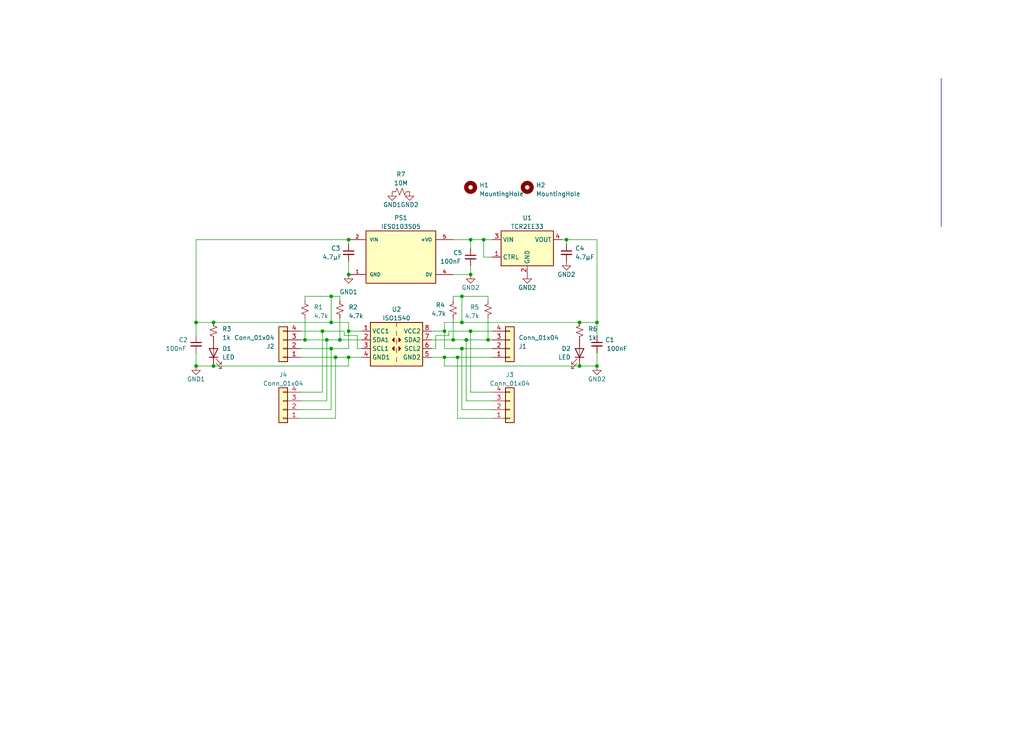
<source format=kicad_sch>
(kicad_sch (version 20230121) (generator eeschema)
  (paper "User" 298.45 217.17)
  (title_block (title "Isolated I2C w/ isolated power") (date "2023-04-08") (rev "v1.0.0-dev1"))
  (lib_symbols
    (symbol "Connector_Generic:Conn_01x04" (pin_names (offset 1.016) hide)
      (property "Reference" "J" (at 0 5.08 0))
      (property "Value" "Conn_01x04" (at 0 -7.62 0))
      (symbol "Conn_01x04_1_1"
        (rectangle (start -1.27 -4.953) (end 0 -5.207) (stroke (width 0.1524)))
        (rectangle (start -1.27 -2.413) (end 0 -2.667) (stroke (width 0.1524)))
        (rectangle (start -1.27 0.127) (end 0 -0.127) (stroke (width 0.1524)))
        (rectangle (start -1.27 2.667) (end 0 2.413) (stroke (width 0.1524)))
        (rectangle (start -1.27 3.81) (end 1.27 -6.35) (stroke (width 0.254)) (fill (type background)))
        (pin passive line (at -5.08 2.54 0) (length 3.81) (name "Pin_1") (number "1"))
        (pin passive line (at -5.08 0 0) (length 3.81) (name "Pin_2") (number "2"))
        (pin passive line (at -5.08 -2.54 0) (length 3.81) (name "Pin_3") (number "3"))
        (pin passive line (at -5.08 -5.08 0) (length 3.81) (name "Pin_4") (number "4"))
      )
    )
    (symbol "Device:C_Small" (pin_numbers hide) (pin_names (offset 0.254) hide)
      (property "Reference" "C" (at 0.254 1.778 0))
      (property "Value" "C_Small" (at 0.254 -2.032 0))
      (symbol "C_Small_0_1"
        (polyline (pts (xy -1.524 -0.508) (xy 1.524 -0.508)) (stroke (width 0.3302)))
        (polyline (pts (xy -1.524 0.508) (xy 1.524 0.508)) (stroke (width 0.3048)))
      )
      (symbol "C_Small_1_1"
        (pin passive line (at 0 2.54 270) (length 2.032) (name "~") (number "1"))
        (pin passive line (at 0 -2.54 90) (length 2.032) (name "~") (number "2"))
      )
    )
    (symbol "Device:LED" (pin_numbers hide) (pin_names (offset 1.016) hide)
      (property "Reference" "D" (at 0 2.54 0))
      (property "Value" "LED" (at 0 -2.54 0))
      (symbol "LED_0_1"
        (polyline (pts (xy -1.27 -1.27) (xy -1.27 1.27)) (stroke (width 0.254)))
        (polyline (pts (xy -1.27 0) (xy 1.27 0)))
        (polyline (pts (xy 1.27 -1.27) (xy 1.27 1.27) (xy -1.27 0) (xy 1.27 -1.27)) (stroke (width 0.254)))
        (polyline (pts (xy -3.048 -0.762) (xy -4.572 -2.286) (xy -3.81 -2.286) (xy -4.572 -2.286) (xy -4.572 -1.524)))
        (polyline (pts (xy -1.778 -0.762) (xy -3.302 -2.286) (xy -2.54 -2.286) (xy -3.302 -2.286) (xy -3.302 -1.524)))
      )
      (symbol "LED_1_1"
        (pin passive line (at -3.81 0 0) (length 2.54) (name "K") (number "1"))
        (pin passive line (at 3.81 0 180) (length 2.54) (name "A") (number "2"))
      )
    )
    (symbol "Device:R_Small_US" (pin_numbers hide) (pin_names (offset 0.254) hide)
      (property "Reference" "R" (at 0.762 0.508 0))
      (property "Value" "R_Small_US" (at 0.762 -1.016 0))
      (symbol "R_Small_US_1_1"
        (polyline (pts (xy 0 0) (xy 1.016 -0.381) (xy 0 -0.762) (xy -1.016 -1.143) (xy 0 -1.524)))
        (polyline (pts (xy 0 1.524) (xy 1.016 1.143) (xy 0 0.762) (xy -1.016 0.381) (xy 0 0)))
        (pin passive line (at 0 2.54 270) (length 1.016) (name "~") (number "1"))
        (pin passive line (at 0 -2.54 90) (length 1.016) (name "~") (number "2"))
      )
    )
    (symbol "Isolator:ISO1540"
      (property "Reference" "U" (at -6.35 6.35 0))
      (property "Value" "ISO1540" (at 3.81 6.35 0))
      (symbol "ISO1540_0_1"
        (rectangle (start -7.62 5.08) (end 7.62 -7.62) (stroke (width 0.254)) (fill (type background)))
        (rectangle (start 0 -5.08) (end 0 -6.35))
        (polyline (pts (xy 0 -2.54) (xy 0 -3.81)))
        (polyline (pts (xy 0 0) (xy 0 -1.27)))
        (polyline (pts (xy 0 2.54) (xy 0 1.27)))
        (polyline (pts (xy 0 5.08) (xy 0 3.81)))
        (polyline (pts (xy -0.635 0.635) (xy -1.27 0) (xy -0.635 -0.635) (xy -0.635 0.635)) (fill (type outline)))
        (polyline (pts (xy 0.635 -1.905) (xy 1.27 -2.54) (xy 0.635 -3.175) (xy 0.635 -1.905)) (fill (type outline)))
        (polyline (pts (xy 0.635 0.635) (xy 1.27 0) (xy 0.635 -0.635) (xy 0.635 0.635)) (fill (type outline)))
      )
      (symbol "ISO1540_1_1"
        (polyline (pts (xy -0.635 -1.905) (xy -1.27 -2.54) (xy -0.635 -3.175) (xy -0.635 -1.905)) (fill (type outline)))
        (pin power_in line (at -10.16 2.54 0) (length 2.54) (name "VCC1") (number "1"))
        (pin bidirectional line (at -10.16 0 0) (length 2.54) (name "SDA1") (number "2"))
        (pin bidirectional line (at -10.16 -2.54 0) (length 2.54) (name "SCL1") (number "3"))
        (pin power_in line (at -10.16 -5.08 0) (length 2.54) (name "GND1") (number "4"))
        (pin power_in line (at 10.16 -5.08 180) (length 2.54) (name "GND2") (number "5"))
        (pin bidirectional line (at 10.16 -2.54 180) (length 2.54) (name "SCL2") (number "6"))
        (pin bidirectional line (at 10.16 0 180) (length 2.54) (name "SDA2") (number "7"))
        (pin power_in line (at 10.16 2.54 180) (length 2.54) (name "VCC2") (number "8"))
      )
    )
    (symbol "Mechanical:MountingHole" (pin_names (offset 1.016))
      (property "Reference" "H" (at 0 5.08 0))
      (property "Value" "MountingHole" (at 0 3.175 0))
      (symbol "MountingHole_0_1"
        (circle (center 0 0) (radius 1.27) (stroke (width 1.27)))
      )
    )
    (symbol "PRME1-S12-S15-M:PRME1-S12-S15-M" (pin_names (offset 1.016))
      (property "Reference" "PS1" (at 0 11.43 0))
      (property "Value" "IES0103S05" (at 0 8.89 0))
      (symbol "PRME1-S12-S15-M_0_0"
        (rectangle (start -10.16 -7.62) (end 10.16 7.62) (stroke (width 0.254)) (fill (type background)))
        (pin power_in line (at -15.24 -5.08 0) (length 5.08) (name "GND") (number "1"))
        (pin input line (at -15.24 5.08 0) (length 5.08) (name "VIN") (number "2"))
      )
      (symbol "PRME1-S12-S15-M_1_0"
        (pin power_in line (at 15.24 -5.08 180) (length 5.08) (name "0V") (number "4"))
        (pin output line (at 15.24 5.08 180) (length 5.08) (name "+VO") (number "5"))
        (pin no_connect line (at 15.24 11.43 180) (length 5.08) hide (name "NC") (number "8"))
      )
    )
    (symbol "Regulator_Linear:TCR2EE27"
      (property "Reference" "U6" (at 0 9.3218 0))
      (property "Value" "TCR2EE27" (at 0 7.0104 0))
      (symbol "TCR2EE27_0_1"
        (rectangle (start -7.62 -5.08) (end 7.62 5.08) (stroke (width 0.254)) (fill (type background)))
      )
      (symbol "TCR2EE27_1_1"
        (pin input line (at -10.16 -2.54 0) (length 2.54) (name "CTRL") (number "1"))
        (pin power_in line (at 0 -7.62 90) (length 2.54) (name "GND") (number "2"))
        (pin power_in line (at -10.16 2.54 0) (length 2.54) (name "VIN") (number "3"))
        (pin power_out line (at 10.16 2.54 180) (length 2.54) (name "VOUT") (number "4"))
        (pin no_connect line (at 7.62 -2.54 180) (length 2.54) hide (name "NC") (number "5"))
      )
    )
    (symbol "power:GND1" (power) (pin_names (offset 0))
      (property "Value" "GND1" (at 0 -3.81 0))
      (symbol "GND1_0_1"
        (polyline (pts (xy 0 0) (xy 0 -1.27) (xy 1.27 -1.27) (xy 0 -2.54) (xy -1.27 -1.27) (xy 0 -1.27)))
      )
      (symbol "GND1_1_1"
        (pin power_in line (at 0 0 270) (length 0) hide (name "GND1") (number "1"))
      )
    )
    (symbol "power:GND2" (power) (pin_names (offset 0))
      (property "Value" "GND2" (at 0 -3.81 0))
      (symbol "GND2_0_1"
        (polyline (pts (xy 0 0) (xy 0 -1.27) (xy 1.27 -1.27) (xy 0 -2.54) (xy -1.27 -1.27) (xy 0 -1.27)))
      )
      (symbol "GND2_1_1"
        (pin power_in line (at 0 0 270) (length 0) hide (name "GND2") (number "1"))
      )
    )
  )
  (junction (at 101.6 69.85))
  (junction (at 134.62 86.36))
  (junction (at 132.08 99.06))
  (junction (at 140.97 69.85))
  (junction (at 96.52 93.98))
  (junction (at 57.15 106.68))
  (junction (at 137.16 69.85))
  (junction (at 93.98 96.52))
  (junction (at 135.89 99.06))
  (junction (at 134.62 93.98))
  (junction (at 62.23 93.98))
  (junction (at 101.6 96.52))
  (junction (at 88.9 99.06))
  (junction (at 95.25 99.06))
  (junction (at 101.6 104.14))
  (junction (at 137.16 96.52))
  (junction (at 168.91 106.68))
  (junction (at 173.99 106.68))
  (junction (at 57.15 93.98))
  (junction (at 137.16 80.01))
  (junction (at 168.91 93.98))
  (junction (at 96.52 86.36))
  (junction (at 101.6 80.01))
  (junction (at 96.52 101.6))
  (junction (at 134.62 101.6))
  (junction (at 62.23 106.68))
  (junction (at 129.54 96.52))
  (junction (at 129.54 104.14))
  (junction (at 99.06 99.06))
  (junction (at 142.24 99.06))
  (junction (at 173.99 93.98))
  (junction (at 133.35 104.14))
  (junction (at 97.79 104.14))
  (junction (at 165.1 69.85))
  (wire (pts (xy 96.52 86.36) (xy 99.06 86.36)))
  (wire (pts (xy 129.54 106.68) (xy 129.54 104.14)))
  (wire (pts (xy 99.06 92.71) (xy 99.06 99.06)))
  (wire (pts (xy 87.63 116.84) (xy 95.25 116.84)))
  (wire (pts (xy 173.99 69.85) (xy 173.99 93.98)))
  (wire (pts (xy 134.62 101.6) (xy 143.51 101.6)))
  (wire (pts (xy 137.16 69.85) (xy 140.97 69.85)))
  (wire (pts (xy 95.25 99.06) (xy 95.25 116.84)))
  (wire (pts (xy 101.6 106.68) (xy 101.6 104.14)))
  (wire (pts (xy 101.6 93.98) (xy 96.52 93.98)))
  (wire (pts (xy 95.25 99.06) (xy 99.06 99.06)))
  (wire (pts (xy 135.89 99.06) (xy 142.24 99.06)))
  (wire (pts (xy 132.08 86.36) (xy 132.08 87.63)))
  (wire (pts (xy 129.54 101.6) (xy 134.62 101.6)))
  (wire (pts (xy 125.73 96.52) (xy 129.54 96.52)))
  (wire (pts (xy 143.51 119.38) (xy 134.62 119.38)))
  (wire (pts (xy 96.52 93.98) (xy 62.23 93.98)))
  (wire (pts (xy 134.62 93.98) (xy 168.91 93.98)))
  (wire (pts (xy 143.51 121.92) (xy 133.35 121.92)))
  (wire (pts (xy 101.6 69.85) (xy 101.6 71.12)))
  (wire (pts (xy 142.24 86.36) (xy 134.62 86.36)))
  (wire (pts (xy 127 101.6) (xy 125.73 101.6)))
  (wire (pts (xy 57.15 93.98) (xy 57.15 97.79)))
  (wire (pts (xy 137.16 96.52) (xy 143.51 96.52)))
  (wire (pts (xy 88.9 87.63) (xy 88.9 86.36)))
  (wire (pts (xy 125.73 104.14) (xy 129.54 104.14)))
  (wire (pts (xy 142.24 99.06) (xy 143.51 99.06)))
  (wire (pts (xy 127 97.79) (xy 127 101.6)))
  (wire (pts (xy 134.62 86.36) (xy 134.62 93.98)))
  (wire (pts (xy 134.62 86.36) (xy 132.08 86.36)))
  (wire (pts (xy 173.99 102.87) (xy 173.99 106.68)))
  (wire (pts (xy 129.54 93.98) (xy 129.54 96.52)))
  (wire (pts (xy 165.1 69.85) (xy 163.83 69.85)))
  (wire (pts (xy 96.52 101.6) (xy 87.63 101.6)))
  (wire (pts (xy 88.9 99.06) (xy 87.63 99.06)))
  (wire (pts (xy 135.89 99.06) (xy 135.89 116.84)))
  (wire (pts (xy 173.99 93.98) (xy 173.99 97.79)))
  (wire (pts (xy 88.9 92.71) (xy 88.9 99.06)))
  (wire (pts (xy 99.06 86.36) (xy 99.06 87.63)))
  (wire (pts (xy 168.91 93.98) (xy 173.99 93.98)))
  (wire (pts (xy 142.24 87.63) (xy 142.24 86.36)))
  (wire (pts (xy 132.08 99.06) (xy 125.73 99.06)))
  (wire (pts (xy 96.52 86.36) (xy 96.52 93.98)))
  (wire (pts (xy 130.81 96.52) (xy 130.81 97.79)))
  (wire (pts (xy 93.98 114.3) (xy 93.98 96.52)))
  (wire (pts (xy 137.16 114.3) (xy 137.16 96.52)))
  (wire (pts (xy 135.89 99.06) (xy 132.08 99.06)))
  (polyline (pts (xy 274.32 22.86) (xy 274.32 66.04)) (stroke (width 0.1524) (type solid)))
  (wire (pts (xy 101.6 106.68) (xy 62.23 106.68)))
  (wire (pts (xy 129.54 104.14) (xy 133.35 104.14)))
  (wire (pts (xy 97.79 104.14) (xy 97.79 121.92)))
  (wire (pts (xy 143.51 114.3) (xy 137.16 114.3)))
  (wire (pts (xy 104.14 97.79) (xy 104.14 101.6)))
  (wire (pts (xy 95.25 99.06) (xy 88.9 99.06)))
  (wire (pts (xy 140.97 69.85) (xy 140.97 74.93)))
  (wire (pts (xy 104.14 101.6) (xy 105.41 101.6)))
  (wire (pts (xy 62.23 93.98) (xy 57.15 93.98)))
  (wire (pts (xy 134.62 101.6) (xy 134.62 119.38)))
  (wire (pts (xy 97.79 104.14) (xy 87.63 104.14)))
  (wire (pts (xy 129.54 96.52) (xy 129.54 101.6)))
  (wire (pts (xy 165.1 69.85) (xy 165.1 71.12)))
  (wire (pts (xy 96.52 101.6) (xy 96.52 119.38)))
  (wire (pts (xy 57.15 69.85) (xy 101.6 69.85)))
  (wire (pts (xy 105.41 104.14) (xy 101.6 104.14)))
  (wire (pts (xy 99.06 99.06) (xy 105.41 99.06)))
  (wire (pts (xy 168.91 106.68) (xy 173.99 106.68)))
  (wire (pts (xy 101.6 76.2) (xy 101.6 80.01)))
  (wire (pts (xy 130.81 96.52) (xy 137.16 96.52)))
  (wire (pts (xy 129.54 106.68) (xy 168.91 106.68)))
  (wire (pts (xy 165.1 69.85) (xy 173.99 69.85)))
  (wire (pts (xy 100.33 96.52) (xy 93.98 96.52)))
  (wire (pts (xy 101.6 101.6) (xy 96.52 101.6)))
  (wire (pts (xy 143.51 69.85) (xy 140.97 69.85)))
  (wire (pts (xy 57.15 102.87) (xy 57.15 106.68)))
  (wire (pts (xy 101.6 104.14) (xy 97.79 104.14)))
  (wire (pts (xy 132.08 69.85) (xy 137.16 69.85)))
  (wire (pts (xy 57.15 69.85) (xy 57.15 93.98)))
  (wire (pts (xy 87.63 119.38) (xy 96.52 119.38)))
  (wire (pts (xy 105.41 96.52) (xy 101.6 96.52)))
  (wire (pts (xy 62.23 106.68) (xy 57.15 106.68)))
  (wire (pts (xy 101.6 93.98) (xy 101.6 96.52)))
  (wire (pts (xy 100.33 97.79) (xy 104.14 97.79)))
  (wire (pts (xy 133.35 104.14) (xy 133.35 121.92)))
  (wire (pts (xy 132.08 80.01) (xy 137.16 80.01)))
  (wire (pts (xy 133.35 104.14) (xy 143.51 104.14)))
  (wire (pts (xy 137.16 77.47) (xy 137.16 80.01)))
  (wire (pts (xy 101.6 96.52) (xy 101.6 101.6)))
  (wire (pts (xy 87.63 121.92) (xy 97.79 121.92)))
  (wire (pts (xy 88.9 86.36) (xy 96.52 86.36)))
  (wire (pts (xy 142.24 92.71) (xy 142.24 99.06)))
  (wire (pts (xy 132.08 92.71) (xy 132.08 99.06)))
  (wire (pts (xy 129.54 93.98) (xy 134.62 93.98)))
  (wire (pts (xy 137.16 69.85) (xy 137.16 72.39)))
  (wire (pts (xy 93.98 96.52) (xy 87.63 96.52)))
  (wire (pts (xy 100.33 96.52) (xy 100.33 97.79)))
  (wire (pts (xy 143.51 116.84) (xy 135.89 116.84)))
  (wire (pts (xy 87.63 114.3) (xy 93.98 114.3)))
  (wire (pts (xy 130.81 97.79) (xy 127 97.79)))
  (wire (pts (xy 140.97 74.93) (xy 143.51 74.93)))
  (symbol (lib_id "Device:LED") (at 62.23 102.87 90) (unit 1)
    (property "Reference" "D1" (at 64.77 101.6 90) (effects (justify right)))
    (property "Value" "LED" (at 64.77 104.14 90) (effects (justify right)))
    (property "Footprint" "LED_SMD:LED_0805_2012Metric" (effects hide))
  )
  (symbol (lib_id "Device:C_Small") (at 165.1 73.66 0) (unit 1)
    (property "Reference" "C4" (at 167.64 72.39 0) (effects (justify left)))
    (property "Value" "4.7µF" (at 167.64 74.93 0) (effects (justify left)))
    (property "Footprint" "Capacitor_SMD:C_0805_2012Metric" (effects hide))
  )
  (symbol (lib_id "Regulator_Linear:TCR2EE27") (at 153.67 72.39 0) (unit 1)
    (property "Reference" "U1" (at 153.67 63.5 0))
    (property "Value" "TCR2EE33" (at 153.67 66.04 0))
    (property "Footprint" "Package_TO_SOT_SMD:SOT-23-5" (effects hide))
    (property "Datasheet" "https://toshiba.semicon-storage.com/info/docget.jsp?did=13794&prodName=TCR2EF45" (effects hide))
  )
  (symbol (lib_id "power:GND2") (at 119.38 55.88 0) (unit 1)
    (property "Reference" "#PWR07" (effects hide))
    (property "Value" "GND2" (at 119.38 59.69 0))
  )
  (symbol (lib_id "Device:C_Small") (at 173.99 100.33 0) (mirror y) (unit 1)
    (property "Reference" "C1" (at 179.07 99.06 0) (effects (justify left)))
    (property "Value" "100nF" (at 182.88 101.6 0) (effects (justify left)))
    (property "Footprint" "Capacitor_SMD:C_0805_2012Metric" (effects hide))
  )
  (symbol (lib_id "Device:R_Small_US") (at 116.84 55.88 90) (unit 1)
    (property "Reference" "R7" (at 116.84 50.8 90))
    (property "Value" "10M" (at 116.84 53.34 90))
    (property "Footprint" "Resistor_SMD:R_0805_2012Metric" (effects hide))
  )
  (symbol (lib_id "power:GND2") (at 165.1 76.2 0) (unit 1)
    (property "Reference" "#PWR05" (effects hide))
    (property "Value" "GND2" (at 165.1 80.01 0))
  )
  (symbol (lib_id "Isolator:ISO1540") (at 115.57 99.06 0) (unit 1)
    (property "Reference" "U2" (at 115.57 90.17 0))
    (property "Value" "ISO1540" (at 115.57 92.71 0))
    (property "Footprint" "Package_SO:SOIC-8_3.9x4.9mm_P1.27mm" (effects hide))
    (property "Datasheet" "http://www.ti.com/lit/ds/symlink/iso1541.pdf" (effects hide))
  )
  (symbol (lib_id "Mechanical:MountingHole") (at 137.16 54.61 0) (unit 1)
    (property "Reference" "H1" (at 139.7 53.975 0) (effects (justify left)))
    (property "Value" "MountingHole" (at 139.7 56.515 0) (effects (justify left)))
    (property "Footprint" "MountingHole:MountingHole_3.2mm_M3" (effects hide))
  )
  (symbol (lib_id "Device:LED") (at 168.91 102.87 270) (mirror x) (unit 1)
    (property "Reference" "D2" (at 166.37 101.6 90) (effects (justify right)))
    (property "Value" "LED" (at 166.37 104.14 90) (effects (justify right)))
    (property "Footprint" "LED_SMD:LED_0805_2012Metric" (effects hide))
  )
  (symbol (lib_id "Device:R_Small_US") (at 62.23 96.52 0) (unit 1)
    (property "Reference" "R3" (at 64.77 95.885 0) (effects (justify left)))
    (property "Value" "1k" (at 64.77 98.425 0) (effects (justify left)))
    (property "Footprint" "Resistor_SMD:R_0805_2012Metric" (effects hide))
  )
  (symbol (lib_id "Device:R_Small_US") (at 99.06 90.17 0) (unit 1)
    (property "Reference" "R2" (at 101.6 89.535 0) (effects (justify left)))
    (property "Value" "4.7k" (at 101.6 92.075 0) (effects (justify left)))
    (property "Footprint" "Resistor_SMD:R_0805_2012Metric" (effects hide))
  )
  (symbol (lib_id "power:GND1") (at 57.15 106.68 0) (unit 1)
    (property "Reference" "#PWR02" (effects hide))
    (property "Value" "GND1" (at 57.15 110.49 0))
  )
  (symbol (lib_id "power:GND2") (at 137.16 80.01 0) (unit 1)
    (property "Reference" "#PWR03" (effects hide))
    (property "Value" "GND2" (at 137.16 83.82 0))
  )
  (symbol (lib_id "Connector_Generic:Conn_01x04") (at 82.55 119.38 180) (unit 1)
    (property "Reference" "J4" (at 82.55 109.22 0))
    (property "Value" "Conn_01x04" (at 82.55 111.76 0))
    (property "Footprint" "Connector_PinHeader_2.54mm:PinHeader_1x04_P2.54mm_Vertical" (effects hide))
  )
  (symbol (lib_id "Device:R_Small_US") (at 142.24 90.17 0) (mirror y) (unit 1)
    (property "Reference" "R5" (at 139.7 89.535 0) (effects (justify left)))
    (property "Value" "4.7k" (at 139.7 92.075 0) (effects (justify left)))
    (property "Footprint" "Resistor_SMD:R_0805_2012Metric" (effects hide))
  )
  (symbol (lib_id "Device:C_Small") (at 137.16 74.93 0) (unit 1)
    (property "Reference" "C5" (at 132.08 73.66 0) (effects (justify left)))
    (property "Value" "100nF" (at 128.27 76.2 0) (effects (justify left)))
    (property "Footprint" "Capacitor_SMD:C_0805_2012Metric" (effects hide))
  )
  (symbol (lib_id "Connector_Generic:Conn_01x04") (at 82.55 101.6 180) (unit 1)
    (property "Reference" "J2" (at 80.01 100.965 0) (effects (justify left)))
    (property "Value" "Conn_01x04" (at 80.01 98.425 0) (effects (justify left)))
    (property "Footprint" "Connector_JST:JST_SH_SM04B-SRSS-TB_1x04-1MP_P1.00mm_Horizontal" (effects hide))
  )
  (symbol (lib_id "Device:C_Small") (at 101.6 73.66 0) (unit 1)
    (property "Reference" "C3" (at 96.52 72.39 0) (effects (justify left)))
    (property "Value" "4.7µF" (at 93.98 74.93 0) (effects (justify left)))
    (property "Footprint" "Capacitor_SMD:C_0805_2012Metric" (effects hide))
  )
  (symbol (lib_id "power:GND1") (at 114.3 55.88 0) (unit 1)
    (property "Reference" "#PWR08" (effects hide))
    (property "Value" "GND1" (at 114.3 59.69 0))
  )
  (symbol (lib_id "Device:R_Small_US") (at 168.91 96.52 0) (mirror y) (unit 1)
    (property "Reference" "R6" (at 171.45 95.885 0) (effects (justify right)))
    (property "Value" "1k" (at 171.45 98.425 0) (effects (justify right)))
    (property "Footprint" "Resistor_SMD:R_0805_2012Metric" (effects hide))
  )
  (symbol (lib_id "Connector_Generic:Conn_01x04") (at 148.59 119.38 0) (mirror x) (unit 1)
    (property "Reference" "J3" (at 148.59 109.22 0))
    (property "Value" "Conn_01x04" (at 148.59 111.76 0))
    (property "Footprint" "Connector_PinHeader_2.54mm:PinHeader_1x04_P2.54mm_Vertical" (effects hide))
  )
  (symbol (lib_id "Device:C_Small") (at 57.15 100.33 0) (unit 1)
    (property "Reference" "C2" (at 52.07 99.06 0) (effects (justify left)))
    (property "Value" "100nF" (at 48.26 101.6 0) (effects (justify left)))
    (property "Footprint" "Capacitor_SMD:C_0805_2012Metric" (effects hide))
  )
  (symbol (lib_id "PRME1-S12-S15-M:PRME1-S12-S15-M") (at 116.84 74.93 0) (unit 1)
    (property "Reference" "PS1" (at 116.84 63.5 0))
    (property "Value" "IES0103S05" (at 116.84 66.04 0))
    (property "Footprint" "PRME1-S12-S15-M:CONV_PRME1-S12-S15-M" (effects hide))
    (property "MAXIMUM_PACKAGE_HEIGHT" "7.5mm" (effects hide))
    (property "PARTREV" "1.0" (effects hide))
    (property "STANDARD" "Manufacturer Recommendations" (effects hide))
    (property "MANUFACTURER" "CUI Inc" (effects hide))
  )
  (symbol (lib_id "power:GND2") (at 173.99 106.68 0) (unit 1)
    (property "Reference" "#PWR06" (effects hide))
    (property "Value" "GND2" (at 173.99 110.49 0))
  )
  (symbol (lib_id "power:GND2") (at 153.67 80.01 0) (unit 1)
    (property "Reference" "#PWR04" (effects hide))
    (property "Value" "GND2" (at 153.67 83.82 0))
  )
  (symbol (lib_id "Device:R_Small_US") (at 132.08 90.17 0) (mirror y) (unit 1)
    (property "Reference" "R4" (at 127 88.9 0) (effects (justify right)))
    (property "Value" "4.7k" (at 125.73 91.44 0) (effects (justify right)))
    (property "Footprint" "Resistor_SMD:R_0805_2012Metric" (effects hide))
  )
  (symbol (lib_id "Connector_Generic:Conn_01x04") (at 148.59 101.6 0) (mirror x) (unit 1)
    (property "Reference" "J1" (at 151.13 100.965 0) (effects (justify left)))
    (property "Value" "Conn_01x04" (at 151.13 98.425 0) (effects (justify left)))
    (property "Footprint" "Connector_JST:JST_SH_SM04B-SRSS-TB_1x04-1MP_P1.00mm_Horizontal" (effects hide))
  )
  (symbol (lib_id "power:GND1") (at 101.6 80.01 0) (unit 1)
    (property "Reference" "#PWR01" (effects hide))
    (property "Value" "GND1" (at 101.6 85.09 0))
  )
  (symbol (lib_id "Device:R_Small_US") (at 88.9 90.17 0) (unit 1)
    (property "Reference" "R1" (at 91.44 89.535 0) (effects (justify left)))
    (property "Value" "4.7k" (at 91.44 92.075 0) (effects (justify left)))
    (property "Footprint" "Resistor_SMD:R_0805_2012Metric" (effects hide))
  )
  (symbol (lib_id "Mechanical:MountingHole") (at 153.67 54.61 0) (unit 1)
    (property "Reference" "H2" (at 156.21 53.975 0) (effects (justify left)))
    (property "Value" "MountingHole" (at 156.21 56.515 0) (effects (justify left)))
    (property "Footprint" "MountingHole:MountingHole_3.2mm_M3" (effects hide))
  )
)
</source>
